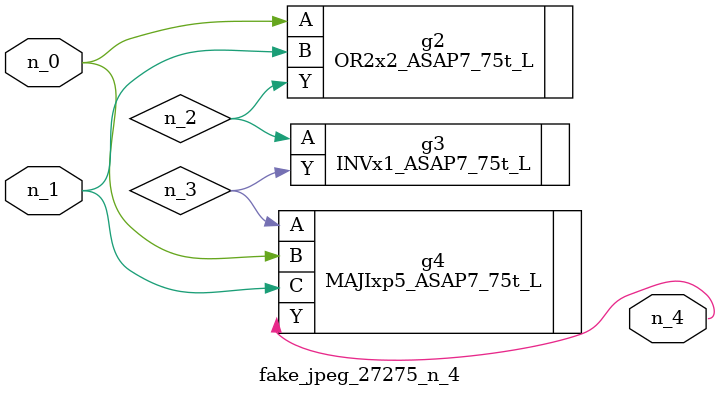
<source format=v>
module fake_jpeg_27275_n_4 (n_0, n_1, n_4);

input n_0;
input n_1;

output n_4;

wire n_2;
wire n_3;

OR2x2_ASAP7_75t_L g2 ( 
.A(n_0),
.B(n_1),
.Y(n_2)
);

INVx1_ASAP7_75t_L g3 ( 
.A(n_2),
.Y(n_3)
);

MAJIxp5_ASAP7_75t_L g4 ( 
.A(n_3),
.B(n_0),
.C(n_1),
.Y(n_4)
);


endmodule
</source>
